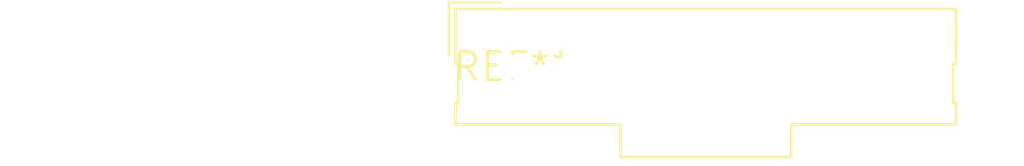
<source format=kicad_pcb>
(kicad_pcb (version 20240108) (generator pcbnew)
  (layers (0 "F.Cu" signal) (31 "B.Cu" signal) (34 "B.Paste" user) (35 "F.Paste" user) (36 "B.SilkS" user "B.Silkscreen") (37 "F.SilkS" user "F.Silkscreen") (38 "B.Mask" user) (39 "F.Mask" user) (44 "Edge.Cuts" user))
  (net 0 "")
  (footprint "Molex_SL_171971-0008_1x08_P2.54mm_Vertical" (layer "F.Cu") (at 0 0)
    (property "Reference" "REF**")
    (property "Value" "Molex_SL_171971-0008_1x08_P2.54mm_Vertical")
    (fp_line (start -2.91 -2.96) (end -0.5 -2.96) (layer "F.SilkS") (stroke (width 0.12)))
    (fp_line (start -2.91 -0.55) (end -2.91 -2.96) (layer "F.SilkS") (stroke (width 0.12)))
    (fp_line (start -2.61 -2.66) (end -2.61 -0.13) (layer "F.SilkS") (stroke (width 0.12)))
    (fp_line (start -2.61 -0.13) (end -2.48 -0.13) (layer "F.SilkS") (stroke (width 0.12)))
    (fp_line (start -2.61 1.68) (end -2.61 2.66) (layer "F.SilkS") (stroke (width 0.12)))
    (fp_line (start -2.61 2.66) (end 4.97 2.66) (layer "F.SilkS") (stroke (width 0.12)))
    (fp_line (start -2.48 -0.13) (end -2.48 1.68) (layer "F.SilkS") (stroke (width 0.12)))
    (fp_line (start -2.48 1.68) (end -2.61 1.68) (layer "F.SilkS") (stroke (width 0.12)))
    (fp_line (start 4.97 2.66) (end 4.97 4.16) (layer "F.SilkS") (stroke (width 0.12)))
    (fp_line (start 4.97 4.16) (end 12.81 4.16) (layer "F.SilkS") (stroke (width 0.12)))
    (fp_line (start 12.81 2.66) (end 20.39 2.66) (layer "F.SilkS") (stroke (width 0.12)))
    (fp_line (start 12.81 4.16) (end 12.81 2.66) (layer "F.SilkS") (stroke (width 0.12)))
    (fp_line (start 20.26 -0.13) (end 20.39 -0.13) (layer "F.SilkS") (stroke (width 0.12)))
    (fp_line (start 20.26 1.68) (end 20.26 -0.13) (layer "F.SilkS") (stroke (width 0.12)))
    (fp_line (start 20.39 -2.66) (end -2.61 -2.66) (layer "F.SilkS") (stroke (width 0.12)))
    (fp_line (start 20.39 -0.13) (end 20.39 -2.66) (layer "F.SilkS") (stroke (width 0.12)))
    (fp_line (start 20.39 1.68) (end 20.26 1.68) (layer "F.SilkS") (stroke (width 0.12)))
    (fp_line (start 20.39 2.66) (end 20.39 1.68) (layer "F.SilkS") (stroke (width 0.12)))
    (pad "1" thru_hole roundrect (at 0 0) (size 1.74 1.74) (drill 1.09) (layers *.Cu *.Mask) (remove_unused_layers) (roundrect_rratio 0.143678))
    (pad "2" thru_hole circle (at 2.54 0) (size 1.74 1.74) (drill 1.09) (layers *.Cu *.Mask) (remove_unused_layers))
    (pad "3" thru_hole circle (at 5.08 0) (size 1.74 1.74) (drill 1.09) (layers *.Cu *.Mask) (remove_unused_layers))
    (pad "4" thru_hole circle (at 7.62 0) (size 1.74 1.74) (drill 1.09) (layers *.Cu *.Mask) (remove_unused_layers))
    (pad "5" thru_hole circle (at 10.16 0) (size 1.74 1.74) (drill 1.09) (layers *.Cu *.Mask) (remove_unused_layers))
    (pad "6" thru_hole circle (at 12.7 0) (size 1.74 1.74) (drill 1.09) (layers *.Cu *.Mask) (remove_unused_layers))
    (pad "7" thru_hole circle (at 15.24 0) (size 1.74 1.74) (drill 1.09) (layers *.Cu *.Mask) (remove_unused_layers))
    (pad "8" thru_hole circle (at 17.78 0) (size 1.74 1.74) (drill 1.09) (layers *.Cu *.Mask) (remove_unused_layers))
  )
)
</source>
